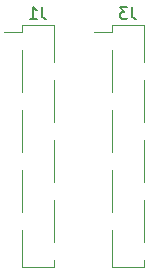
<source format=gbo>
G04 #@! TF.FileFunction,Legend,Bot*
%FSLAX46Y46*%
G04 Gerber Fmt 4.6, Leading zero omitted, Abs format (unit mm)*
G04 Created by KiCad (PCBNEW 4.0.7-e2-6376~58~ubuntu16.04.1) date Sat Jan 13 09:42:42 2018*
%MOMM*%
%LPD*%
G01*
G04 APERTURE LIST*
%ADD10C,0.100000*%
%ADD11C,0.120000*%
%ADD12C,0.150000*%
G04 APERTURE END LIST*
D10*
D11*
X145987000Y-94809000D02*
X143327000Y-94809000D01*
X145987000Y-115249000D02*
X143327000Y-115249000D01*
X143327000Y-96899000D02*
X143327000Y-100459000D01*
X143327000Y-101979000D02*
X143327000Y-105539000D01*
X143327000Y-107059000D02*
X143327000Y-110619000D01*
X143327000Y-112139000D02*
X143327000Y-115249000D01*
X145987000Y-94809000D02*
X145987000Y-97919000D01*
X143327000Y-95379000D02*
X141807000Y-95379000D01*
X143327000Y-94809000D02*
X143327000Y-95379000D01*
X145987000Y-114679000D02*
X145987000Y-115249000D01*
X145987000Y-99439000D02*
X145987000Y-102999000D01*
X145987000Y-104519000D02*
X145987000Y-108079000D01*
X145987000Y-109599000D02*
X145987000Y-113159000D01*
X153607000Y-94809000D02*
X150947000Y-94809000D01*
X153607000Y-115249000D02*
X150947000Y-115249000D01*
X150947000Y-96899000D02*
X150947000Y-100459000D01*
X150947000Y-101979000D02*
X150947000Y-105539000D01*
X150947000Y-107059000D02*
X150947000Y-110619000D01*
X150947000Y-112139000D02*
X150947000Y-115249000D01*
X153607000Y-94809000D02*
X153607000Y-97919000D01*
X150947000Y-95379000D02*
X149427000Y-95379000D01*
X150947000Y-94809000D02*
X150947000Y-95379000D01*
X153607000Y-114679000D02*
X153607000Y-115249000D01*
X153607000Y-99439000D02*
X153607000Y-102999000D01*
X153607000Y-104519000D02*
X153607000Y-108079000D01*
X153607000Y-109599000D02*
X153607000Y-113159000D01*
D12*
X144990333Y-93261381D02*
X144990333Y-93975667D01*
X145037953Y-94118524D01*
X145133191Y-94213762D01*
X145276048Y-94261381D01*
X145371286Y-94261381D01*
X143990333Y-94261381D02*
X144561762Y-94261381D01*
X144276048Y-94261381D02*
X144276048Y-93261381D01*
X144371286Y-93404238D01*
X144466524Y-93499476D01*
X144561762Y-93547095D01*
X152610333Y-93261381D02*
X152610333Y-93975667D01*
X152657953Y-94118524D01*
X152753191Y-94213762D01*
X152896048Y-94261381D01*
X152991286Y-94261381D01*
X152229381Y-93261381D02*
X151610333Y-93261381D01*
X151943667Y-93642333D01*
X151800809Y-93642333D01*
X151705571Y-93689952D01*
X151657952Y-93737571D01*
X151610333Y-93832810D01*
X151610333Y-94070905D01*
X151657952Y-94166143D01*
X151705571Y-94213762D01*
X151800809Y-94261381D01*
X152086524Y-94261381D01*
X152181762Y-94213762D01*
X152229381Y-94166143D01*
M02*

</source>
